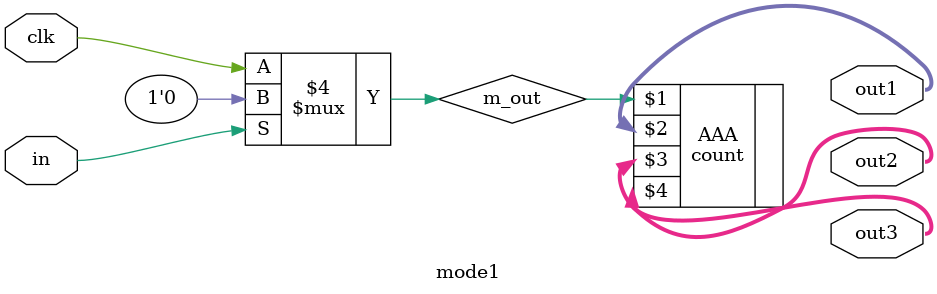
<source format=v>
module mode1 (in, clk, out1, out2, out3);
	input in, clk;
	output [3:0] out1, out2, out3;
	reg m_out;
	
	always @ (in) begin
	if (!in) m_out <= clk;
	else m_out <= 0;
	end
	
	count AAA (m_out, out1, out2, out3);
endmodule 
</source>
